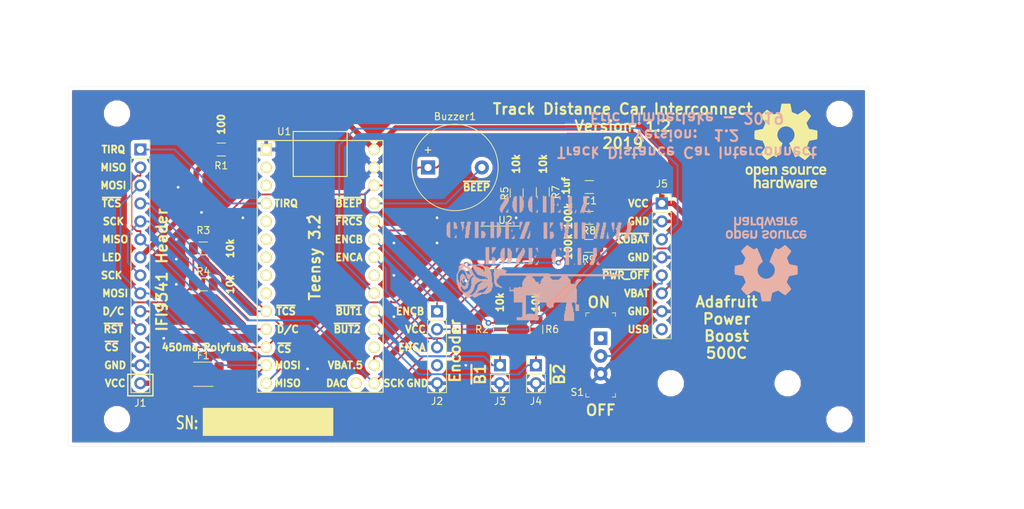
<source format=kicad_pcb>
(kicad_pcb (version 20171130) (host pcbnew "(5.0.2-5)-5")
  (title_block (title "Train Distance Car Interconnect") (date 2019-03-17) (rev v1.2) (company "Timberlake Hobbies") (comment 1 "Version 1.2 corrects incorrect package sizes..") (comment 2 https://creativecommons.org/licenses/by/4.0/) (comment 3 "License: CC BY 4.0") (comment 4 "Author: Eric Timberlake"))
  (layers (0 F.Cu signal) (31 B.Cu signal) (34 B.Paste user hide) (35 F.Paste user hide) (36 B.SilkS user) (37 F.SilkS user) (38 B.Mask user) (39 F.Mask user) (44 Edge.Cuts user))
  (net 0 "")
  (net 1 +3V3)
  (net 2 "Net-(BZ1-Pad2)")
  (net 3 VBAT.5)
  (net 4 GND)
  (net 5 "Net-(F1-Pad1)")
  (net 6 +5V)
  (net 7 ENC-B)
  (net 8 ENC-A)
  (net 9 ~BUTTON1)
  (net 10 TIRQ)
  (net 11 MISO)
  (net 12 MOSI)
  (net 13 SCK)
  (net 14 "Net-(J3-Pad7)")
  (net 15 DnC)
  (net 16 ~BUTTON2)
  (net 17 ~LOBAT)
  (net 18 ~PWR_OFF)
  (net 19 VBAT)
  (net 20 ~FRCS)
  (net 21 ~TCS)
  (net 22 ~CS)
  (net 23 "Net-(R7-Pad2)")
  (module teensy:Teensy30_31_32_LC_audio_only (layer F.Cu) (at 92.71 88.9 270)
    (fp_text reference U1 (at -19.05 5.08) (layer F.SilkS))
    (fp_text value Teensy3.2)
    (pad 19 thru_hole circle (at 16.51 -5.08 270) (size 1.6 1.6) (drill 1.1) (layers *.Cu *.Mask F.SilkS))
    (pad 20 thru_hole circle (at 16.51 -7.62 270) (size 1.6 1.6) (drill 1.1) (layers *.Cu *.Mask F.SilkS) (net 13 SCK))
    (pad 14 thru_hole circle (at 16.51 7.62 270) (size 1.6 1.6) (drill 1.1) (layers *.Cu *.Mask F.SilkS) (net 11 MISO))
    (pad 21 thru_hole circle (at 13.97 -7.62 270) (size 1.6 1.6) (drill 1.1) (layers *.Cu *.Mask F.SilkS) (net 3 VBAT.5))
    (pad 22 thru_hole circle (at 11.43 -7.62 270) (size 1.6 1.6) (drill 1.1) (layers *.Cu *.Mask F.SilkS))
    (pad 23 thru_hole circle (at 8.89 -7.62 270) (size 1.6 1.6) (drill 1.1) (layers *.Cu *.Mask F.SilkS) (net 16 ~BUTTON2))
    (pad 24 thru_hole circle (at 6.35 -7.62 270) (size 1.6 1.6) (drill 1.1) (layers *.Cu *.Mask F.SilkS) (net 9 ~BUTTON1))
    (pad 25 thru_hole circle (at 3.81 -7.62 270) (size 1.6 1.6) (drill 1.1) (layers *.Cu *.Mask F.SilkS) (net 17 ~LOBAT))
    (pad 26 thru_hole circle (at 1.27 -7.62 270) (size 1.6 1.6) (drill 1.1) (layers *.Cu *.Mask F.SilkS))
    (pad 27 thru_hole circle (at -1.27 -7.62 270) (size 1.6 1.6) (drill 1.1) (layers *.Cu *.Mask F.SilkS) (net 8 ENC-A))
    (pad 28 thru_hole circle (at -3.81 -7.62 270) (size 1.6 1.6) (drill 1.1) (layers *.Cu *.Mask F.SilkS) (net 7 ENC-B))
    (pad 29 thru_hole circle (at -6.35 -7.62 270) (size 1.6 1.6) (drill 1.1) (layers *.Cu *.Mask F.SilkS) (net 20 ~FRCS))
    (pad 30 thru_hole circle (at -8.89 -7.62 270) (size 1.6 1.6) (drill 1.1) (layers *.Cu *.Mask F.SilkS) (net 2 "Net-(BZ1-Pad2)"))
    (pad 31 thru_hole circle (at -11.43 -7.62 270) (size 1.6 1.6) (drill 1.1) (layers *.Cu *.Mask F.SilkS) (net 1 +3V3))
    (pad 32 thru_hole circle (at -13.97 -7.62 270) (size 1.6 1.6) (drill 1.1) (layers *.Cu *.Mask F.SilkS) (net 4 GND))
    (pad 33 thru_hole circle (at -16.51 -7.62 270) (size 1.6 1.6) (drill 1.1) (layers *.Cu *.Mask F.SilkS) (net 6 +5V))
    (pad 13 thru_hole circle (at 13.97 7.62 270) (size 1.6 1.6) (drill 1.1) (layers *.Cu *.Mask F.SilkS) (net 12 MOSI))
    (pad 12 thru_hole circle (at 11.43 7.62 270) (size 1.6 1.6) (drill 1.1) (layers *.Cu *.Mask F.SilkS) (net 22 ~CS))
    (pad 11 thru_hole circle (at 8.89 7.62 270) (size 1.6 1.6) (drill 1.1) (layers *.Cu *.Mask F.SilkS) (net 15 DnC))
    (pad 10 thru_hole circle (at 6.35 7.62 270) (size 1.6 1.6) (drill 1.1) (layers *.Cu *.Mask F.SilkS) (net 21 ~TCS))
    (pad 9 thru_hole circle (at 3.81 7.62 270) (size 1.6 1.6) (drill 1.1) (layers *.Cu *.Mask F.SilkS))
    (pad 8 thru_hole circle (at 1.27 7.62 270) (size 1.6 1.6) (drill 1.1) (layers *.Cu *.Mask F.SilkS))
    (pad 7 thru_hole circle (at -1.27 7.62 270) (size 1.6 1.6) (drill 1.1) (layers *.Cu *.Mask F.SilkS))
    (pad 6 thru_hole circle (at -3.81 7.62 270) (size 1.6 1.6) (drill 1.1) (layers *.Cu *.Mask F.SilkS))
    (pad 5 thru_hole circle (at -6.35 7.62 270) (size 1.6 1.6) (drill 1.1) (layers *.Cu *.Mask F.SilkS))
    (pad 4 thru_hole circle (at -8.89 7.62 270) (size 1.6 1.6) (drill 1.1) (layers *.Cu *.Mask F.SilkS) (net 10 TIRQ))
    (pad 3 thru_hole circle (at -11.43 7.62 270) (size 1.6 1.6) (drill 1.1) (layers *.Cu *.Mask F.SilkS))
    (pad 2 thru_hole circle (at -13.97 7.62 270) (size 1.6 1.6) (drill 1.1) (layers *.Cu *.Mask F.SilkS))
    (pad 1 thru_hole rect (at -16.51 7.62 270) (size 1.6 1.6) (drill 1.1) (layers *.Cu *.Mask F.SilkS) (net 4 GND))
  )
  (module Capacitor_SMD:C_1206_3216Metric (layer F.Cu) (at 130.7338 77.6986)
    (fp_text reference C1 (at 0.1016 1.9304 180) (layer F.SilkS))
    (fp_text value .1uf)
    (pad 1 smd roundrect (at -1.4 0) (size 1.25 1.75) (layers F.Cu F.Paste F.Mask) (roundrect_rratio 0.2) (net 3 VBAT.5))
    (pad 2 smd roundrect (at 1.4 0) (size 1.25 1.75) (layers F.Cu F.Paste F.Mask) (roundrect_rratio 0.2) (net 4 GND))
  )
  (module Connector_PinHeader_2.54mm:PinHeader_1x05_P2.54mm_Vertical (layer F.Cu) (at 109.22 95.25)
    (fp_text reference J2 (at 0 12.7) (layer F.SilkS))
    (fp_text value "Encoder Header")
    (pad 1 thru_hole rect (at 0 0) (size 1.7 1.7) (drill 1) (layers *.Cu *.Mask) (net 7 ENC-B))
    (pad 2 thru_hole oval (at 0 2.54) (size 1.7 1.7) (drill 1) (layers *.Cu *.Mask) (net 6 +5V))
    (pad 3 thru_hole oval (at 0 5.08) (size 1.7 1.7) (drill 1) (layers *.Cu *.Mask) (net 8 ENC-A))
    (pad 4 thru_hole oval (at 0 7.62) (size 1.7 1.7) (drill 1) (layers *.Cu *.Mask))
    (pad 5 thru_hole oval (at 0 10.16) (size 1.7 1.7) (drill 1) (layers *.Cu *.Mask) (net 4 GND))
  )
  (module Connector_PinHeader_2.54mm:PinHeader_1x02_P2.54mm_Vertical (layer F.Cu) (at 118.11 102.87)
    (fp_text reference J3 (at 0 5.08) (layer F.SilkS))
    (fp_text value "Button Header")
    (pad 2 thru_hole oval (at 0 2.54) (size 1.7 1.7) (drill 1) (layers *.Cu *.Mask) (net 4 GND))
    (pad 1 thru_hole rect (at 0 0) (size 1.7 1.7) (drill 1) (layers *.Cu *.Mask) (net 9 ~BUTTON1))
  )
  (module Connector_PinSocket_2.54mm:PinSocket_1x14_P2.54mm_Vertical (layer F.Cu) (at 67.31 72.39)
    (fp_text reference J1 (at 0 35.814) (layer F.SilkS))
    (fp_text value "IFI9431 Header")
    (pad 1 thru_hole rect (at 0 0) (size 1.7 1.7) (drill 1) (layers *.Cu *.Mask) (net 10 TIRQ))
    (pad 2 thru_hole oval (at 0 2.54) (size 1.7 1.7) (drill 1) (layers *.Cu *.Mask) (net 11 MISO))
    (pad 3 thru_hole oval (at 0 5.08) (size 1.7 1.7) (drill 1) (layers *.Cu *.Mask) (net 12 MOSI))
    (pad 4 thru_hole oval (at 0 7.62) (size 1.7 1.7) (drill 1) (layers *.Cu *.Mask) (net 21 ~TCS))
    (pad 5 thru_hole oval (at 0 10.16) (size 1.7 1.7) (drill 1) (layers *.Cu *.Mask) (net 13 SCK))
    (pad 6 thru_hole oval (at 0 12.7) (size 1.7 1.7) (drill 1) (layers *.Cu *.Mask) (net 11 MISO))
    (pad 7 thru_hole oval (at 0 15.24) (size 1.7 1.7) (drill 1) (layers *.Cu *.Mask) (net 14 "Net-(J3-Pad7)"))
    (pad 8 thru_hole oval (at 0 17.78) (size 1.7 1.7) (drill 1) (layers *.Cu *.Mask) (net 13 SCK))
    (pad 9 thru_hole oval (at 0 20.32) (size 1.7 1.7) (drill 1) (layers *.Cu *.Mask) (net 12 MOSI))
    (pad 10 thru_hole oval (at 0 22.86) (size 1.7 1.7) (drill 1) (layers *.Cu *.Mask) (net 15 DnC))
    (pad 11 thru_hole oval (at 0 25.4) (size 1.7 1.7) (drill 1) (layers *.Cu *.Mask) (net 1 +3V3))
    (pad 12 thru_hole oval (at 0 27.94) (size 1.7 1.7) (drill 1) (layers *.Cu *.Mask) (net 22 ~CS))
    (pad 13 thru_hole oval (at 0 30.48) (size 1.7 1.7) (drill 1) (layers *.Cu *.Mask) (net 4 GND))
    (pad 14 thru_hole oval (at 0 33.02) (size 1.7 1.7) (drill 1) (layers *.Cu *.Mask) (net 5 "Net-(F1-Pad1)"))
  )
  (module Connector_PinHeader_2.54mm:PinHeader_1x02_P2.54mm_Vertical (layer F.Cu) (at 123.19 102.87)
    (fp_text reference J4 (at 0 5.08) (layer F.SilkS))
    (fp_text value "Button Header")
    (pad 1 thru_hole rect (at 0 0) (size 1.7 1.7) (drill 1) (layers *.Cu *.Mask) (net 16 ~BUTTON2))
    (pad 2 thru_hole oval (at 0 2.54) (size 1.7 1.7) (drill 1) (layers *.Cu *.Mask) (net 4 GND))
  )
  (module Connector_PinSocket_2.54mm:PinSocket_1x08_P2.54mm_Vertical (layer F.Cu) (at 140.97 80.01)
    (fp_text reference J5 (at 0 -2.77) (layer F.SilkS))
    (fp_text value "Adafruit 500C Header")
    (pad 1 thru_hole rect (at 0 0) (size 1.7 1.7) (drill 1) (layers *.Cu *.Mask) (net 6 +5V))
    (pad 2 thru_hole oval (at 0 2.54) (size 1.7 1.7) (drill 1) (layers *.Cu *.Mask) (net 4 GND))
    (pad 3 thru_hole oval (at 0 5.08) (size 1.7 1.7) (drill 1) (layers *.Cu *.Mask) (net 17 ~LOBAT))
    (pad 4 thru_hole oval (at 0 7.62) (size 1.7 1.7) (drill 1) (layers *.Cu *.Mask) (net 4 GND))
    (pad 5 thru_hole oval (at 0 10.16) (size 1.7 1.7) (drill 1) (layers *.Cu *.Mask) (net 18 ~PWR_OFF))
    (pad 6 thru_hole oval (at 0 12.7) (size 1.7 1.7) (drill 1) (layers *.Cu *.Mask) (net 19 VBAT))
    (pad 7 thru_hole oval (at 0 15.24) (size 1.7 1.7) (drill 1) (layers *.Cu *.Mask) (net 4 GND))
    (pad 8 thru_hole oval (at 0 17.78) (size 1.7 1.7) (drill 1) (layers *.Cu *.Mask))
  )
  (module Resistor_SMD:R_1206_3216Metric (layer F.Cu) (at 78.74 72.39 180)
    (fp_text reference R1 (at 0 -2.286 180) (layer F.SilkS))
    (fp_text value 100)
    (pad 1 smd roundrect (at -1.4 0 180) (size 1.25 1.75) (layers F.Cu F.Paste F.Mask) (roundrect_rratio 0.2) (net 6 +5V))
    (pad 2 smd roundrect (at 1.4 0 180) (size 1.25 1.75) (layers F.Cu F.Paste F.Mask) (roundrect_rratio 0.2) (net 14 "Net-(J3-Pad7)"))
  )
  (module Resistor_SMD:R_1206_3216Metric (layer F.Cu) (at 118.11 97.79 270)
    (fp_text reference R2 (at 0 2.54) (layer F.SilkS))
    (fp_text value 10k)
    (pad 1 smd roundrect (at -1.4 0 270) (size 1.25 1.75) (layers F.Cu F.Paste F.Mask) (roundrect_rratio 0.2) (net 1 +3V3))
    (pad 2 smd roundrect (at 1.4 0 270) (size 1.25 1.75) (layers F.Cu F.Paste F.Mask) (roundrect_rratio 0.2) (net 9 ~BUTTON1))
  )
  (module Resistor_SMD:R_1206_3216Metric (layer F.Cu) (at 76.2 86.36)
    (fp_text reference R3 (at 0 -2.54) (layer F.SilkS))
    (fp_text value 10k)
    (pad 2 smd roundrect (at 1.4 0) (size 1.25 1.75) (layers F.Cu F.Paste F.Mask) (roundrect_rratio 0.2) (net 21 ~TCS))
    (pad 1 smd roundrect (at -1.4 0) (size 1.25 1.75) (layers F.Cu F.Paste F.Mask) (roundrect_rratio 0.2) (net 1 +3V3))
  )
  (module Resistor_SMD:R_1206_3216Metric (layer F.Cu) (at 76.2 91.44)
    (fp_text reference R4 (at 0 -1.82) (layer F.SilkS))
    (fp_text value 10k)
    (pad 1 smd roundrect (at -1.4 0) (size 1.25 1.75) (layers F.Cu F.Paste F.Mask) (roundrect_rratio 0.2) (net 1 +3V3))
    (pad 2 smd roundrect (at 1.4 0) (size 1.25 1.75) (layers F.Cu F.Paste F.Mask) (roundrect_rratio 0.2) (net 22 ~CS))
  )
  (module Resistor_SMD:R_1206_3216Metric (layer F.Cu) (at 120.4722 78.5368 270)
    (fp_text reference R5 (at 0.0508 1.7018 90) (layer F.SilkS))
    (fp_text value 10k)
    (pad 2 smd roundrect (at 1.4 0 270) (size 1.25 1.75) (layers F.Cu F.Paste F.Mask) (roundrect_rratio 0.2) (net 20 ~FRCS))
    (pad 1 smd roundrect (at -1.4 0 270) (size 1.25 1.75) (layers F.Cu F.Paste F.Mask) (roundrect_rratio 0.2) (net 1 +3V3))
  )
  (module Resistor_SMD:R_1206_3216Metric (layer F.Cu) (at 123.2408 97.8124 270)
    (fp_text reference R6 (at -0.0224 -2.2352) (layer F.SilkS))
    (fp_text value 10k)
    (pad 2 smd roundrect (at 1.4 0 270) (size 1.25 1.75) (layers F.Cu F.Paste F.Mask) (roundrect_rratio 0.2) (net 16 ~BUTTON2))
    (pad 1 smd roundrect (at -1.4 0 270) (size 1.25 1.75) (layers F.Cu F.Paste F.Mask) (roundrect_rratio 0.2) (net 1 +3V3))
  )
  (module Resistor_SMD:R_1206_3216Metric (layer F.Cu) (at 124.1552 78.3844 270)
    (fp_text reference R7 (at 0.0508 -1.8542 90) (layer F.SilkS))
    (fp_text value 10k)
    (pad 1 smd roundrect (at -1.4 0 270) (size 1.25 1.75) (layers F.Cu F.Paste F.Mask) (roundrect_rratio 0.2) (net 1 +3V3))
    (pad 2 smd roundrect (at 1.4 0 270) (size 1.25 1.75) (layers F.Cu F.Paste F.Mask) (roundrect_rratio 0.2) (net 23 "Net-(R7-Pad2)"))
  )
  (module digikey-footprints:Switch_Slide_11.6x4mm_EG1218 (layer F.Cu) (at 132.334 99.06 270)
    (fp_text reference S1 (at 7.62 3.302) (layer F.SilkS))
    (fp_text value EG1218)
    (pad 1 thru_hole rect (at 0 0 270) (size 1.9 1.9) (drill 0.9) (layers *.Cu *.Mask))
    (pad 2 thru_hole circle (at 2.5 0 270) (size 1.9 1.9) (drill 0.9) (layers *.Cu *.Mask) (net 18 ~PWR_OFF))
    (pad 3 thru_hole circle (at 5 0 270) (size 1.9 1.9) (drill 0.9) (layers *.Cu *.Mask) (net 4 GND))
  )
  (module Buzzer_Beeper:Buzzer_12x9.5RM7.6 (layer F.Cu) (at 107.95 74.93)
    (fp_text reference Buzzer1 (at 3.8 -7.2) (layer F.SilkS))
    (fp_text value Buzzer)
    (fp_text user + (at -0.01 -2.54) (layer F.SilkS))
    (pad 1 thru_hole rect (at 0 0) (size 2 2) (drill 1) (layers *.Cu *.Mask) (net 1 +3V3))
    (pad 2 thru_hole circle (at 7.6 0) (size 2 2) (drill 1) (layers *.Cu *.Mask) (net 2 "Net-(BZ1-Pad2)"))
  )
  (module MountingHole:MountingHole_2.7mm_M2.5 (layer F.Cu) (at 64.008 67.31)
    (fp_text reference H1 hide)
    (fp_text value hole hide)
    (pad 1 np_thru_hole circle (at 0 0) (size 2.7 2.7) (drill 2.7) (layers *.Cu *.Mask))
  )
  (module MountingHole:MountingHole_2.7mm_M2.5 (layer F.Cu) (at 64.008 110.49)
    (fp_text reference H2 hide)
    (fp_text value hole hide)
    (pad 1 np_thru_hole circle (at 0 0) (size 2.7 2.7) (drill 2.7) (layers *.Cu *.Mask))
  )
  (module MountingHole:MountingHole_2.7mm_M2.5 (layer F.Cu) (at 142.24 105.41)
    (fp_text reference H3 hide)
    (fp_text value hole hide)
    (pad 1 np_thru_hole circle (at 0 0) (size 2.7 2.7) (drill 2.7) (layers *.Cu *.Mask))
  )
  (module MountingHole:MountingHole_2.7mm_M2.5 (layer F.Cu) (at 158.75 105.41)
    (fp_text reference H4 hide)
    (fp_text value hole hide)
    (pad 1 np_thru_hole circle (at 0 0) (size 2.7 2.7) (drill 2.7) (layers *.Cu *.Mask))
  )
  (module MountingHole:MountingHole_2.7mm_M2.5 (layer F.Cu) (at 166.0652 67.3608)
    (fp_text reference H5 hide)
    (fp_text value hole hide)
    (pad 1 np_thru_hole circle (at 0 0) (size 2.7 2.7) (drill 2.7) (layers *.Cu *.Mask))
  )
  (module MountingHole:MountingHole_2.7mm_M2.5 (layer F.Cu) (at 166.0652 110.5154)
    (fp_text reference H6 hide)
    (fp_text value hole hide)
    (pad 1 np_thru_hole circle (at 0 0) (size 2.7 2.7) (drill 2.7) (layers *.Cu *.Mask))
  )
  (module Resistor_SMD:R_1206_3216Metric (layer F.Cu) (at 130.686 82.042 180)
    (fp_text reference R8 (at 0 -1.82 180) (layer F.SilkS))
    (fp_text value 100k)
    (pad 1 smd roundrect (at -1.4 0 180) (size 1.25 1.75) (layers F.Cu F.Paste F.Mask) (roundrect_rratio 0.2) (net 19 VBAT))
    (pad 2 smd roundrect (at 1.4 0 180) (size 1.25 1.75) (layers F.Cu F.Paste F.Mask) (roundrect_rratio 0.2) (net 3 VBAT.5))
  )
  (module Resistor_SMD:R_1206_3216Metric (layer F.Cu) (at 130.6576 86.0044)
    (fp_text reference R9 (at 0 1.905) (layer F.SilkS))
    (fp_text value 100k)
    (pad 2 smd roundrect (at 1.4 0) (size 1.25 1.75) (layers F.Cu F.Paste F.Mask) (roundrect_rratio 0.2) (net 4 GND))
    (pad 1 smd roundrect (at -1.4 0) (size 1.25 1.75) (layers F.Cu F.Paste F.Mask) (roundrect_rratio 0.2) (net 3 VBAT.5))
  )
  (module Package_SO:SSOP-8_3.9x5.05mm_P1.27mm (layer F.Cu) (at 118.872 85.852)
    (fp_text reference U2 (at 0 -3.48) (layer F.SilkS))
    (fp_text value MB85RS16)
    (pad 1 smd roundrect (at -2.675 -1.905) (size 1.55 0.6) (layers F.Cu F.Paste F.Mask) (net 20 ~FRCS))
    (pad 2 smd roundrect (at -2.675 -0.635) (size 1.55 0.6) (layers F.Cu F.Paste F.Mask) (net 11 MISO))
    (pad 3 smd roundrect (at -2.675 0.635) (size 1.55 0.6) (layers F.Cu F.Paste F.Mask) (net 23 "Net-(R7-Pad2)"))
    (pad 4 smd roundrect (at -2.675 1.905) (size 1.55 0.6) (layers F.Cu F.Paste F.Mask) (net 4 GND))
    (pad 5 smd roundrect (at 2.675 1.905) (size 1.55 0.6) (layers F.Cu F.Paste F.Mask) (net 12 MOSI))
    (pad 6 smd roundrect (at 2.675 0.635) (size 1.55 0.6) (layers F.Cu F.Paste F.Mask) (net 13 SCK))
    (pad 7 smd roundrect (at 2.675 -0.635) (size 1.55 0.6) (layers F.Cu F.Paste F.Mask) (net 23 "Net-(R7-Pad2)"))
    (pad 8 smd roundrect (at 2.675 -1.905) (size 1.55 0.6) (layers F.Cu F.Paste F.Mask) (net 1 +3V3))
  )
  (module Fuse:Fuse_1812_4532Metric_Pad1.30x3.40mm_HandSolder (layer F.Cu) (at 76.2 104.14)
    (fp_text reference F1 (at 0 -2.65) (layer F.SilkS))
    (fp_text value "450mA Polyfuse")
    (pad 1 smd roundrect (at -2.225 0) (size 1.3 3.4) (layers F.Cu F.Paste F.Mask) (roundrect_rratio 0.192308) (net 5 "Net-(F1-Pad1)"))
    (pad 2 smd roundrect (at 2.225 0) (size 1.3 3.4) (layers F.Cu F.Paste F.Mask) (roundrect_rratio 0.192308) (net 6 +5V))
  )
  (module teensy:RCGRS_sm (layer B.Cu) (at 109.474 98.298)
    (fp_text reference RCGRS_sm hide)
    (fp_text value "" (at 0 0) (layer B.SilkS) (effects (font (size 1.27 1.27)) (justify mirror)))
  )
  (module Symbol:OSHW-Logo_11.4x12mm_SilkScreen (layer B.Cu) (at 155.702 87.884)
    (fp_text reference REF** hide)
    (fp_text value OSHW-Logo_11.4x12mm_SilkScreen hide)
  )
  (module Symbol:OSHW-Logo_11.4x12mm_SilkScreen (layer F.Cu) (at 158.496 71.882)
    (fp_text reference REF** hide)
    (fp_text value OSHW-Logo_11.4x12mm_SilkScreen hide)
  )
  (gr_text ~BEEP (at 114.808 77.724) (layer F.SilkS) (effects (font (size 1 1) (thickness 0.25))))
  (gr_text SN: (at 73.914 110.998) (layer F.SilkS) (effects (font (size 1.778 1.27) (thickness 0.25))))
  (gr_poly (pts (xy 76.2 108.966) (xy 94.488 108.966) (xy 94.488 112.776) (xy 76.2 112.776)) (layer F.SilkS) (width 0.15))
  (gr_text 10k (at 124.206 74.422 90) (layer F.SilkS) (effects (font (size 1 1) (thickness 0.25))))
  (gr_text 10k (at 120.396 74.422 90) (layer F.SilkS) (effects (font (size 1 1) (thickness 0.25))))
  (gr_text VBAT.5 (at 96.266 102.87) (layer F.SilkS) (effects (font (size 1 1) (thickness 0.25))))
  (gr_text USB (at 137.668 97.79) (layer F.SilkS) (effects (font (size 1 1) (thickness 0.25))))
  (gr_text GND (at 137.668 95.25) (layer F.SilkS) (effects (font (size 1 1) (thickness 0.25))))
  (gr_text VBAT (at 137.414 92.71) (layer F.SilkS) (effects (font (size 1 1) (thickness 0.25))))
  (gr_text ~PWR_OFF (at 135.89 90.17) (layer F.SilkS) (effects (font (size 1 1) (thickness 0.25))))
  (gr_text GND (at 137.668 87.63) (layer F.SilkS) (effects (font (size 1 1) (thickness 0.25))))
  (gr_text ~LOBAT (at 136.906 85.09) (layer F.SilkS) (effects (font (size 1 1) (thickness 0.25))))
  (gr_text GND (at 137.668 82.55) (layer F.SilkS) (effects (font (size 1 1) (thickness 0.25))))
  (gr_text VCC (at 137.668 80.01) (layer F.SilkS) (effects (font (size 1 1) (thickness 0.25))))
  (gr_text ~BEEP (at 96.774 80.01) (layer F.SilkS) (effects (font (size 1 1) (thickness 0.25))))
  (gr_text ~FRCS (at 96.774 82.55) (layer F.SilkS) (effects (font (size 1 1) (thickness 0.25))))
  (gr_text GND (at 106.426 105.41) (layer F.SilkS) (effects (font (size 1 1) (thickness 0.25))))
  (gr_text VCC (at 106.172 97.79) (layer F.SilkS) (effects (font (size 1 1) (thickness 0.25))))
  (gr_text ENCA (at 105.664 100.33) (layer F.SilkS) (effects (font (size 1 1) (thickness 0.25))))
  (gr_text ENCB (at 105.41 95.25) (layer F.SilkS) (effects (font (size 1 1) (thickness 0.25))))
  (gr_text ENCB (at 96.774 85.09) (layer F.SilkS) (effects (font (size 1 1) (thickness 0.25))))
  (gr_text ENCA (at 96.774 87.63) (layer F.SilkS) (effects (font (size 1 1) (thickness 0.25))))
  (gr_text ~BUT2 (at 96.52 97.79) (layer F.SilkS) (effects (font (size 1 1) (thickness 0.25))))
  (gr_text ~BUT1 (at 96.774 95.25) (layer F.SilkS) (effects (font (size 1 1) (thickness 0.25))))
  (gr_text DAC (at 94.996 105.41) (layer F.SilkS) (effects (font (size 1 1) (thickness 0.25))))
  (gr_text SCK (at 103.124 105.41) (layer F.SilkS) (effects (font (size 1 1) (thickness 0.25))))
  (gr_text ~TCS (at 87.884 95.25) (layer F.SilkS) (effects (font (size 1 1) (thickness 0.25))))
  (gr_text D/C (at 88.138 97.79) (layer F.SilkS) (effects (font (size 1 1) (thickness 0.25))))
  (gr_text ~CS (at 87.63 100.584) (layer F.SilkS) (effects (font (size 1 1) (thickness 0.25))))
  (gr_text MOSI (at 88.138 102.87) (layer F.SilkS) (effects (font (size 1 1) (thickness 0.25))))
  (gr_text MISO (at 88.138 105.41) (layer F.SilkS) (effects (font (size 1 1) (thickness 0.25))))
  (gr_text TIRQ (at 87.884 80.01) (layer F.SilkS) (effects (font (size 1 1) (thickness 0.25))))
  (gr_text TIRQ (at 63.5 72.39) (layer F.SilkS) (effects (font (size 1 1) (thickness 0.25))))
  (gr_text MISO (at 63.5 74.93) (layer F.SilkS) (effects (font (size 1 1) (thickness 0.25))))
  (gr_text MOSI (at 63.5 77.47) (layer F.SilkS) (effects (font (size 1 1) (thickness 0.25))))
  (gr_text ~TCS (at 63.246 80.01) (layer F.SilkS) (effects (font (size 1 1) (thickness 0.25))))
  (gr_text SCK (at 63.5 82.55) (layer F.SilkS) (effects (font (size 1 1) (thickness 0.25))))
  (gr_text MISO (at 63.754 85.09) (layer F.SilkS) (effects (font (size 1 1) (thickness 0.25))))
  (gr_text LED (at 63.246 87.63) (layer F.SilkS) (effects (font (size 1 1) (thickness 0.25))))
  (gr_text SCK (at 63.246 90.17) (layer F.SilkS) (effects (font (size 1 1) (thickness 0.25))))
  (gr_text MOSI (at 63.754 92.71) (layer F.SilkS) (effects (font (size 1 1) (thickness 0.25))))
  (gr_text D/C (at 63.5 95.25) (layer F.SilkS) (effects (font (size 1 1) (thickness 0.25))))
  (gr_text ~RST (at 63.5 97.79) (layer F.SilkS) (effects (font (size 1 1) (thickness 0.25))))
  (gr_text ~CS (at 63.246 100.33) (layer F.SilkS) (effects (font (size 1 1) (thickness 0.25))))
  (gr_text GND (at 63.754 102.87) (layer F.SilkS) (effects (font (size 1 1) (thickness 0.25))))
  (gr_text VCC (at 63.754 105.41) (layer F.SilkS) (effects (font (size 1 1) (thickness 0.25))))
  (gr_line (start 65.532 107.188) (end 65.532 104.14) (layer F.SilkS) (width 0.2))
  (gr_line (start 69.088 107.188) (end 65.532 107.188) (layer F.SilkS) (width 0.2))
  (gr_line (start 69.088 104.14) (end 69.088 107.188) (layer F.SilkS) (width 0.2))
  (gr_line (start 65.532 104.14) (end 69.088 104.14) (layer F.SilkS) (width 0.2))
  (gr_text "450ma Polyfuse" (at 76.454 100.33) (layer F.SilkS) (effects (font (size 1 1) (thickness 0.25))))
  (gr_text 100 (at 78.74 68.834 90) (layer F.SilkS) (effects (font (size 1 1) (thickness 0.25))))
  (gr_text 10k (at 80.01 91.44 90) (layer F.SilkS) (effects (font (size 1 1) (thickness 0.25))))
  (gr_text 10k (at 80.01 86.36 90) (layer F.SilkS) (effects (font (size 1 1) (thickness 0.25))))
  (gr_text 10k (at 118.11 93.98 90) (layer F.SilkS) (effects (font (size 1 1) (thickness 0.25))))
  (gr_text 10k (at 123.19 93.98 90) (layer F.SilkS) (effects (font (size 1 1) (thickness 0.25))))
  (gr_text .1uf (at 127.4318 77.7748 90) (layer F.SilkS) (effects (font (size 1 1) (thickness 0.25))))
  (gr_text 100k (at 127.762 81.788 90) (layer F.SilkS) (effects (font (size 1 1) (thickness 0.25))))
  (gr_text 100k (at 127.762 86.106 90) (layer F.SilkS) (effects (font (size 1 1) (thickness 0.25))))
  (gr_text "Teensy 3.2" (at 91.948 87.63 90) (layer F.SilkS) (effects (font (size 1.5 1.5) (thickness 0.3))))
  (gr_text "IFI9341 Header" (at 70.358 89.408 90) (layer F.SilkS) (effects (font (size 1.5 1.5) (thickness 0.3))))
  (gr_text Encoder (at 111.76 100.838 90) (layer F.SilkS) (effects (font (size 1.5 1.5) (thickness 0.3))))
  (gr_text ~B2 (at 126.492 104.14 90) (layer F.SilkS) (effects (font (size 1.5 1.5) (thickness 0.3))))
  (gr_text ~B1 (at 115.316 104.14 90) (layer F.SilkS) (effects (font (size 1.5 1.5) (thickness 0.3))))
  (gr_text "Adafruit\nPower\nBoost\n500C" (at 150.114 97.536) (layer F.SilkS) (effects (font (size 1.5 1.5) (thickness 0.3))))
  (gr_text "Track Distance Car Interconnect\nVersion: 1.2\n2019" (at 135.4582 69.088) (layer F.SilkS) (effects (font (size 1.5 1.5) (thickness 0.3))))
  (gr_text OFF (at 132.334 109.22) (layer F.SilkS) (effects (font (size 1.5 1.5) (thickness 0.3))))
  (gr_text ON (at 132.08 93.98) (layer F.SilkS) (effects (font (size 1.5 1.5) (thickness 0.3))))
  (gr_text "Track Distance Car Interconnect\nVersion:  1.2\nEric Timberlake - 2019" (at 144.526 70.358 180) (layer B.SilkS) (effects (font (size 1.5 1.5) (thickness 0.3)) (justify mirror)))
  (gr_line (start 170.18 114.3) (end 57.15 114.3) (layer Edge.Cuts) (width 0.0254))
  (gr_line (start 170.18 63.5) (end 170.18 114.3) (layer Edge.Cuts) (width 0.0254))
  (gr_line (start 57.15 63.5) (end 170.18 63.5) (layer Edge.Cuts) (width 0.0254))
  (gr_line (start 57.15 114.3) (end 57.15 63.5) (layer Edge.Cuts) (width 0.0254))
  (segment (start 100.33 77.47) (end 99.06 78.74) (width 0.25) (layer F.Cu) (net 1))
  (segment (start 99.06 78.74) (end 82.42 78.74) (width 0.25) (layer F.Cu) (net 1))
  (segment (start 82.42 78.74) (end 74.8 86.36) (width 0.25) (layer F.Cu) (net 1))
  (segment (start 106.6247 74.93) (end 104.0847 77.47) (width 0.25) (layer F.Cu) (net 1))
  (segment (start 104.0847 77.47) (end 100.33 77.47) (width 0.25) (layer F.Cu) (net 1))
  (segment (start 74.8 91.44) (end 72.26 93.98) (width 0.25) (layer F.Cu) (net 1))
  (segment (start 72.26 93.98) (end 66.8893 93.98) (width 0.25) (layer F.Cu) (net 1))
  (segment (start 74.8 86.36) (end 74.8 91.44) (width 0.25) (layer F.Cu) (net 1))
  (segment (start 116.4832 96.8919) (end 117.6081 96.8919) (width 0.25) (layer F.Cu) (net 1))
  (segment (start 117.6081 96.8919) (end 118.11 96.39) (width 0.25) (layer F.Cu) (net 1))
  (segment (start 100.2047 77.47) (end 99.06 78.6147) (width 0.25) (layer B.Cu) (net 1))
  (segment (start 99.06 78.6147) (end 99.06 80.5313) (width 0.25) (layer B.Cu) (net 1))
  (segment (start 99.06 80.518) (end 99.8087 81.2667) (width 0.25) (layer B.Cu) (net 1))
  (segment (start 99.9007 81.28) (end 100.838 81.28) (width 0.25) (layer B.Cu) (net 1))
  (segment (start 100.8713 81.28) (end 116.4832 96.8919) (width 0.25) (layer B.Cu) (net 1))
  (segment (start 123.19 96.39) (end 118.11 96.39) (width 0.25) (layer F.Cu) (net 1))
  (segment (start 107.95 74.93) (end 106.6247 74.93) (width 0.25) (layer F.Cu) (net 1))
  (via (at 116.4832 96.8919) (size 0.8) (drill 0.4) (layers F.Cu B.Cu) (net 1))
  (segment (start 66.8893 93.98) (end 66.294 93.98) (width 0.254) (layer F.Cu) (net 1))
  (segment (start 66.294 93.98) (end 65.278 94.996) (width 0.254) (layer F.Cu) (net 1))
  (segment (start 65.278 94.996) (end 65.278 95.758) (width 0.254) (layer F.Cu) (net 1))
  (segment (start 65.278 95.758) (end 67.31 97.79) (width 0.254) (layer F.Cu) (net 1))
  (segment (start 122.2502 83.2438) (end 122.2502 77.1906) (width 0.254) (layer F.Cu) (net 1))
  (segment (start 121.547 83.947) (end 122.2502 83.2438) (width 0.254) (layer F.Cu) (net 1))
  (segment (start 122.1964 77.1368) (end 120.4722 77.1368) (width 0.254) (layer F.Cu) (net 1))
  (segment (start 122.2502 77.1906) (end 122.1964 77.1368) (width 0.254) (layer F.Cu) (net 1))
  (segment (start 124.0028 77.1368) (end 124.1552 76.9844) (width 0.254) (layer F.Cu) (net 1))
  (segment (start 109.204 74.93) (end 112.6076 71.5264) (width 0.254) (layer F.Cu) (net 1))
  (segment (start 107.95 74.93) (end 109.204 74.93) (width 0.254) (layer F.Cu) (net 1))
  (segment (start 112.6076 71.5264) (end 119.6848 71.5264) (width 0.254) (layer F.Cu) (net 1))
  (segment (start 122.2756 74.1172) (end 122.2756 77.1368) (width 0.254) (layer F.Cu) (net 1))
  (segment (start 119.6848 71.5264) (end 122.2756 74.1172) (width 0.254) (layer F.Cu) (net 1))
  (segment (start 122.2756 77.1368) (end 124.0028 77.1368) (width 0.254) (layer F.Cu) (net 1))
  (segment (start 120.4722 77.1368) (end 122.2756 77.1368) (width 0.254) (layer F.Cu) (net 1))
  (segment (start 100.33 80.01) (end 110.47 80.01) (width 0.25) (layer B.Cu) (net 2))
  (segment (start 110.47 80.01) (end 115.55 74.93) (width 0.25) (layer B.Cu) (net 2))
  (segment (start 100.33 101.73863) (end 100.46863 101.6) (width 0.254) (layer F.Cu) (net 3))
  (segment (start 100.33 102.87) (end 100.33 101.73863) (width 0.254) (layer F.Cu) (net 3))
  (segment (start 100.46863 101.6) (end 100.838 101.6) (width 0.254) (layer F.Cu) (net 3))
  (segment (start 129.3338 85.9282) (end 129.2576 86.0044) (width 0.254) (layer F.Cu) (net 3))
  (segment (start 129.3338 77.6986) (end 129.3338 85.9282) (width 0.254) (layer F.Cu) (net 3))
  (segment (start 100.838 101.6) (end 100.9904 101.6) (width 0.254) (layer F.Cu) (net 3))
  (segment (start 100.9904 101.6) (end 106.426 96.1644) (width 0.254) (layer F.Cu) (net 3))
  (segment (start 106.426 96.1644) (end 106.426 94.0054) (width 0.254) (layer F.Cu) (net 3))
  (segment (start 106.426 94.0054) (end 111.76 88.6714) (width 0.254) (layer F.Cu) (net 3))
  (segment (start 111.76 88.6714) (end 113.3602 88.6714) (width 0.254) (layer F.Cu) (net 3))
  (segment (start 113.3602 88.6714) (end 113.3602 88.6714) (width 0.254) (layer F.Cu) (net 3))
  (via (at 113.3602 88.6714) (size 0.762) (drill 0.381) (layers F.Cu B.Cu) (net 3))
  (segment (start 113.3602 88.6714) (end 113.899015 88.6714) (width 0.254) (layer B.Cu) (net 3))
  (segment (start 113.899015 88.6714) (end 117.856 88.6714) (width 0.254) (layer B.Cu) (net 3))
  (segment (start 117.856 88.6714) (end 117.972838 88.6714) (width 0.254) (layer B.Cu) (net 3))
  (segment (start 118.135401 88.391999) (end 126.364999 88.391999) (width 0.254) (layer B.Cu) (net 3))
  (segment (start 117.856 88.6714) (end 118.135401 88.391999) (width 0.254) (layer B.Cu) (net 3))
  (via (at 126.364999 88.391999) (size 0.762) (drill 0.381) (layers F.Cu B.Cu) (net 3))
  (segment (start 128.752598 86.0044) (end 129.2576 86.0044) (width 0.254) (layer F.Cu) (net 3))
  (segment (start 126.364999 88.391999) (end 128.752598 86.0044) (width 0.254) (layer F.Cu) (net 3))
  (segment (start 67.31 102.87) (end 68.4853 102.87) (width 0.25) (layer B.Cu) (net 4))
  (segment (start 109.22 105.41) (end 108.0447 105.41) (width 0.25) (layer B.Cu) (net 4))
  (via (at 70.612 99.06) (size 0.762) (drill 0.381) (layers F.Cu B.Cu) (net 4))
  (via (at 69.85 95.25) (size 0.762) (drill 0.381) (layers F.Cu B.Cu) (net 4))
  (via (at 72.644 77.724) (size 0.762) (drill 0.381) (layers F.Cu B.Cu) (net 4))
  (via (at 72.39 85.09) (size 0.762) (drill 0.381) (layers F.Cu B.Cu) (net 4))
  (via (at 72.39 87.884) (size 0.762) (drill 0.381) (layers F.Cu B.Cu) (net 4))
  (via (at 72.39 91.44) (size 0.762) (drill 0.381) (layers F.Cu B.Cu) (net 4))
  (via (at 113.284 90.932) (size 0.762) (drill 0.381) (layers F.Cu B.Cu) (net 4))
  (via (at 109.22 85.598) (size 0.762) (drill 0.381) (layers F.Cu B.Cu) (net 4))
  (via (at 109.22 82.042) (size 0.762) (drill 0.381) (layers F.Cu B.Cu) (net 4))
  (via (at 90.932 82.042) (size 0.762) (drill 0.381) (layers F.Cu B.Cu) (net 4))
  (via (at 90.932 103.378) (size 0.762) (drill 0.381) (layers F.Cu B.Cu) (net 4))
  (via (at 75.946 81.28) (size 0.762) (drill 0.381) (layers F.Cu B.Cu) (net 4))
  (via (at 103.124 85.598) (size 0.762) (drill 0.381) (layers F.Cu B.Cu) (net 4))
  (via (at 103.124 90.17) (size 0.762) (drill 0.381) (layers F.Cu B.Cu) (net 4))
  (via (at 103.124 96.012) (size 0.762) (drill 0.381) (layers F.Cu B.Cu) (net 4))
  (via (at 113.284 102.87) (size 0.762) (drill 0.381) (layers F.Cu B.Cu) (net 4))
  (via (at 104.14 100.076) (size 0.762) (drill 0.381) (layers F.Cu B.Cu) (net 4))
  (via (at 81.788 82.042) (size 0.762) (drill 0.381) (layers F.Cu B.Cu) (net 4))
  (via (at 120.396 82.042) (size 0.762) (drill 0.381) (layers F.Cu B.Cu) (net 4))
  (segment (start 71.5425 105.41) (end 72.8125 104.14) (width 0.762) (layer F.Cu) (net 5))
  (segment (start 67.31 105.41) (end 71.5425 105.41) (width 0.762) (layer F.Cu) (net 5))
  (segment (start 72.8125 104.14) (end 73.975 104.14) (width 0.762) (layer F.Cu) (net 5))
  (segment (start 140.97 80.01) (end 139.7947 80.01) (width 0.25) (layer B.Cu) (net 6))
  (segment (start 139.7947 80.01) (end 122.0147 97.79) (width 0.25) (layer B.Cu) (net 6))
  (segment (start 122.0147 97.79) (end 109.22 97.79) (width 0.25) (layer B.Cu) (net 6))
  (segment (start 142.582 80.01) (end 140.97 80.01) (width 0.762) (layer F.Cu) (net 6))
  (segment (start 146.558 83.986) (end 142.582 80.01) (width 0.762) (layer F.Cu) (net 6))
  (segment (start 83.312 109.728) (end 143.764 109.728) (width 0.762) (layer F.Cu) (net 6))
  (segment (start 146.558 106.934) (end 146.558 83.986) (width 0.762) (layer F.Cu) (net 6))
  (segment (start 80.62071 107.03671) (end 83.312 109.728) (width 0.762) (layer F.Cu) (net 6))
  (segment (start 80.62071 105.17321) (end 80.62071 107.03671) (width 0.762) (layer F.Cu) (net 6))
  (segment (start 143.764 109.728) (end 146.558 106.934) (width 0.762) (layer F.Cu) (net 6))
  (segment (start 79.5875 104.14) (end 80.62071 105.17321) (width 0.762) (layer F.Cu) (net 6))
  (segment (start 80.14 72.39) (end 80.14 70.736) (width 0.762) (layer F.Cu) (net 6))
  (segment (start 80.14 70.736) (end 81.788 69.088) (width 0.762) (layer F.Cu) (net 6))
  (segment (start 97.028 69.088) (end 100.33 72.39) (width 0.762) (layer F.Cu) (net 6))
  (segment (start 81.788 69.088) (end 97.028 69.088) (width 0.762) (layer F.Cu) (net 6))
  (segment (start 136.144 69.342) (end 140.97 74.168) (width 0.762) (layer F.Cu) (net 6))
  (segment (start 140.97 74.168) (end 140.97 80.01) (width 0.762) (layer F.Cu) (net 6))
  (segment (start 103.378 69.342) (end 136.144 69.342) (width 0.762) (layer F.Cu) (net 6))
  (segment (start 100.33 72.39) (end 103.378 69.342) (width 0.762) (layer F.Cu) (net 6))
  (segment (start 79.5875 104.14) (end 78.425 104.14) (width 0.762) (layer F.Cu) (net 6))
  (segment (start 100.33 85.09) (end 109.22 93.98) (width 0.25) (layer B.Cu) (net 7))
  (segment (start 109.22 93.98) (end 109.22 95.25) (width 0.25) (layer B.Cu) (net 7))
  (segment (start 100.33 87.63) (end 101.9924 89.2924) (width 0.25) (layer B.Cu) (net 8))
  (segment (start 108.8527 99.1547) (end 109.22 99.1547) (width 0.25) (layer B.Cu) (net 8))
  (segment (start 109.22 100.33) (end 109.22 99.1547) (width 0.25) (layer B.Cu) (net 8))
  (segment (start 108.458 98.9007) (end 108.712 99.1547) (width 0.25) (layer B.Cu) (net 8))
  (segment (start 108.8527 99.1547) (end 108.712 99.1547) (width 0.254) (layer B.Cu) (net 8))
  (segment (start 101.9924 91.694) (end 101.9924 92.4351) (width 0.254) (layer B.Cu) (net 8))
  (segment (start 101.9924 91.694) (end 101.9924 92.2944) (width 0.25) (layer B.Cu) (net 8))
  (segment (start 101.8517 92.2944) (end 102.0133 92.456) (width 0.25) (layer B.Cu) (net 8))
  (segment (start 101.9924 92.4351) (end 102.0133 92.456) (width 0.254) (layer B.Cu) (net 8))
  (segment (start 102.0133 92.456) (end 108.458 98.9007) (width 0.25) (layer B.Cu) (net 8))
  (segment (start 101.9924 89.2924) (end 101.9924 91.694) (width 0.25) (layer B.Cu) (net 8))
  (segment (start 118.11 102.87) (end 118.11 99.19) (width 0.25) (layer F.Cu) (net 9))
  (segment (start 118.11 102.87) (end 116.9347 102.87) (width 0.25) (layer B.Cu) (net 9))
  (segment (start 100.33 95.1553) (end 106.7747 101.6) (width 0.25) (layer B.Cu) (net 9))
  (segment (start 106.7747 101.6) (end 115.7594 101.6) (width 0.25) (layer B.Cu) (net 9))
  (segment (start 115.824 101.6) (end 116.9993 102.7753) (width 0.25) (layer B.Cu) (net 9))
  (segment (start 67.31 72.39) (end 72.136 72.39) (width 0.254) (layer B.Cu) (net 10))
  (segment (start 72.136 72.39) (end 79.756 80.01) (width 0.254) (layer B.Cu) (net 10))
  (segment (start 79.756 80.01) (end 85.09 80.01) (width 0.254) (layer B.Cu) (net 10))
  (segment (start 67.31 85.09) (end 67.31 83.9147) (width 0.25) (layer F.Cu) (net 11))
  (segment (start 67.31 74.93) (end 67.31 76.1053) (width 0.25) (layer F.Cu) (net 11))
  (segment (start 67.31 83.9147) (end 66.9427 83.9147) (width 0.25) (layer F.Cu) (net 11))
  (segment (start 66.802 83.9147) (end 65.9939 83.1066) (width 0.25) (layer F.Cu) (net 11))
  (segment (start 66.04 83.058) (end 66.04 76.9308) (width 0.25) (layer F.Cu) (net 11))
  (segment (start 66.04 76.9308) (end 66.9141 76.0567) (width 0.25) (layer F.Cu) (net 11))
  (segment (start 67.0087 76.1053) (end 67.31 76.1053) (width 0.25) (layer F.Cu) (net 11))
  (segment (start 102.7198 93.8354) (end 102.7198 93.98) (width 0.254) (layer F.Cu) (net 11))
  (segment (start 102.7198 93.98) (end 96.774 93.98) (width 0.25) (layer F.Cu) (net 11))
  (segment (start 96.52 93.98) (end 85.09 105.41) (width 0.254) (layer F.Cu) (net 11))
  (segment (start 96.774 93.98) (end 96.52 93.98) (width 0.254) (layer F.Cu) (net 11))
  (segment (start 68.525761 85.939999) (end 68.159999 85.939999) (width 0.254) (layer B.Cu) (net 11))
  (segment (start 85.852 101.6) (end 84.185762 101.6) (width 0.254) (layer B.Cu) (net 11))
  (segment (start 84.185762 101.6) (end 68.525761 85.939999) (width 0.254) (layer B.Cu) (net 11))
  (segment (start 86.614 102.362) (end 85.852 101.6) (width 0.254) (layer B.Cu) (net 11))
  (segment (start 68.159999 85.939999) (end 67.31 85.09) (width 0.254) (layer B.Cu) (net 11))
  (segment (start 86.614 103.886) (end 86.614 102.362) (width 0.254) (layer B.Cu) (net 11))
  (segment (start 85.09 105.41) (end 86.614 103.886) (width 0.254) (layer B.Cu) (net 11))
  (segment (start 66.9427 83.9147) (end 66.802 83.9147) (width 0.254) (layer F.Cu) (net 11))
  (segment (start 112.2172 85.217) (end 116.197 85.217) (width 0.254) (layer F.Cu) (net 11))
  (segment (start 103.4542 93.98) (end 112.2172 85.217) (width 0.254) (layer F.Cu) (net 11))
  (segment (start 102.7198 93.98) (end 103.4542 93.98) (width 0.254) (layer F.Cu) (net 11))
  (segment (start 85.09 102.87) (end 83.4955 104.4645) (width 0.25) (layer F.Cu) (net 12))
  (segment (start 83.4955 104.4645) (end 83.4955 106.1273) (width 0.25) (layer F.Cu) (net 12))
  (segment (start 83.4955 106.1273) (end 84.354 106.9858) (width 0.25) (layer F.Cu) (net 12))
  (segment (start 84.354 106.9858) (end 101.8812 106.9858) (width 0.25) (layer F.Cu) (net 12))
  (segment (start 101.8812 106.9858) (end 107.267 101.6) (width 0.25) (layer F.Cu) (net 12))
  (segment (start 107.267 101.6) (end 109.8502 101.6) (width 0.25) (layer F.Cu) (net 12))
  (segment (start 67.31 92.71) (end 68.4853 92.71) (width 0.25) (layer B.Cu) (net 12))
  (segment (start 85.09 102.87) (end 78.6453 102.87) (width 0.25) (layer B.Cu) (net 12))
  (segment (start 78.6453 102.87) (end 68.4853 92.71) (width 0.25) (layer B.Cu) (net 12))
  (segment (start 64.516 89.916) (end 67.31 92.71) (width 0.254) (layer B.Cu) (net 12))
  (segment (start 64.516 80.264) (end 64.516 89.916) (width 0.254) (layer B.Cu) (net 12))
  (segment (start 67.31 77.47) (end 64.516 80.264) (width 0.254) (layer B.Cu) (net 12))
  (segment (start 109.8502 101.6) (end 111.0234 101.6) (width 0.254) (layer F.Cu) (net 12))
  (segment (start 111.0234 101.6) (end 112.7252 99.8982) (width 0.254) (layer F.Cu) (net 12))
  (segment (start 112.7252 96.5788) (end 121.547 87.757) (width 0.254) (layer F.Cu) (net 12))
  (segment (start 112.7252 99.8982) (end 112.7252 96.5788) (width 0.254) (layer F.Cu) (net 12))
  (segment (start 67.31 82.55) (end 68.4853 82.55) (width 0.25) (layer B.Cu) (net 13))
  (segment (start 100.33 105.41) (end 91.44 96.52) (width 0.25) (layer B.Cu) (net 13))
  (segment (start 91.44 96.52) (end 82.4553 96.52) (width 0.25) (layer B.Cu) (net 13))
  (segment (start 82.4553 96.52) (end 68.4853 82.55) (width 0.25) (layer B.Cu) (net 13))
  (segment (start 100.33 105.41) (end 106.68 99.06) (width 0.25) (layer F.Cu) (net 13))
  (segment (start 106.68 99.06) (end 111.2266 99.06) (width 0.25) (layer F.Cu) (net 13))
  (segment (start 65.532 88.392) (end 67.31 90.17) (width 0.254) (layer B.Cu) (net 13))
  (segment (start 65.532 84.328) (end 65.532 88.392) (width 0.254) (layer B.Cu) (net 13))
  (segment (start 67.31 82.55) (end 65.532 84.328) (width 0.254) (layer B.Cu) (net 13))
  (segment (start 120.157238 86.487) (end 121.547 86.487) (width 0.254) (layer F.Cu) (net 13))
  (segment (start 111.2774 95.366838) (end 120.157238 86.487) (width 0.254) (layer F.Cu) (net 13))
  (segment (start 111.2774 99.06) (end 111.2774 95.366838) (width 0.254) (layer F.Cu) (net 13))
  (segment (start 111.2266 99.06) (end 111.2774 99.06) (width 0.254) (layer F.Cu) (net 13))
  (segment (start 75.184 79.756) (end 67.31 87.63) (width 0.762) (layer F.Cu) (net 14))
  (segment (start 75.184 75.521) (end 75.184 79.756) (width 0.762) (layer F.Cu) (net 14))
  (segment (start 77.34 73.365) (end 75.184 75.521) (width 0.762) (layer F.Cu) (net 14))
  (segment (start 77.34 72.39) (end 77.34 73.365) (width 0.762) (layer F.Cu) (net 14))
  (segment (start 67.31 95.25) (end 68.4853 95.25) (width 0.25) (layer F.Cu) (net 15))
  (segment (start 85.09 97.79) (end 71.0253 97.79) (width 0.25) (layer F.Cu) (net 15))
  (segment (start 71.0253 97.79) (end 68.4853 95.25) (width 0.25) (layer F.Cu) (net 15))
  (segment (start 123.19 102.87) (end 122.0147 102.87) (width 0.25) (layer B.Cu) (net 16))
  (segment (start 123.19 99.19) (end 123.19 102.87) (width 0.25) (layer F.Cu) (net 16))
  (segment (start 106.426 103.9807) (end 106.5853 104.14) (width 0.254) (layer B.Cu) (net 16))
  (segment (start 100.33 97.79) (end 106.426 103.886) (width 0.25) (layer B.Cu) (net 16))
  (segment (start 106.426 103.886) (end 106.426 103.9807) (width 0.254) (layer B.Cu) (net 16))
  (segment (start 106.426 103.886) (end 106.5853 104.0453) (width 0.25) (layer B.Cu) (net 16))
  (segment (start 120.904 103.886) (end 120.65 104.14) (width 0.254) (layer B.Cu) (net 16))
  (segment (start 120.9987 103.886) (end 120.904 103.886) (width 0.254) (layer B.Cu) (net 16))
  (segment (start 120.65 104.14) (end 120.8394 104.14) (width 0.25) (layer B.Cu) (net 16))
  (segment (start 106.5853 104.14) (end 120.65 104.14) (width 0.25) (layer B.Cu) (net 16))
  (segment (start 120.8394 104.0453) (end 120.9987 103.886) (width 0.25) (layer B.Cu) (net 16))
  (segment (start 120.9987 103.886) (end 122.0147 102.87) (width 0.25) (layer B.Cu) (net 16))
  (segment (start 99.530001 91.910001) (end 99.530001 91.884601) (width 0.254) (layer B.Cu) (net 17))
  (segment (start 100.33 92.71) (end 99.530001 91.910001) (width 0.254) (layer B.Cu) (net 17))
  (segment (start 99.530001 91.884601) (end 95.4024 87.757) (width 0.254) (layer B.Cu) (net 17))
  (segment (start 95.4024 87.757) (end 95.4024 71.755) (width 0.254) (layer B.Cu) (net 17))
  (segment (start 95.4024 71.755) (end 97.7138 69.4436) (width 0.254) (layer B.Cu) (net 17))
  (segment (start 97.7138 69.4436) (end 127.3556 69.4436) (width 0.254) (layer B.Cu) (net 17))
  (segment (start 127.3556 69.4436) (end 127.4064 69.3928) (width 0.254) (layer B.Cu) (net 17))
  (segment (start 127.4064 69.3928) (end 137.922 69.3928) (width 0.254) (layer B.Cu) (net 17))
  (segment (start 137.922 69.3928) (end 143.2052 74.676) (width 0.254) (layer B.Cu) (net 17))
  (segment (start 143.2052 82.8548) (end 140.97 85.09) (width 0.254) (layer B.Cu) (net 17))
  (segment (start 143.2052 74.676) (end 143.2052 82.8548) (width 0.254) (layer B.Cu) (net 17))
  (segment (start 140.97 91.3453) (end 140.6026 91.3453) (width 0.25) (layer B.Cu) (net 18))
  (segment (start 140.462 91.3453) (end 139.4675 92.3398) (width 0.25) (layer B.Cu) (net 18))
  (segment (start 139.446 92.3398) (end 139.446 94.2859) (width 0.25) (layer B.Cu) (net 18))
  (segment (start 140.97 90.17) (end 140.97 91.3453) (width 0.25) (layer B.Cu) (net 18))
  (segment (start 140.6026 91.3453) (end 140.462 91.3453) (width 0.254) (layer B.Cu) (net 18))
  (segment (start 133.898 101.56) (end 132.334 101.56) (width 0.254) (layer B.Cu) (net 18))
  (segment (start 139.446 96.012) (end 133.898 101.56) (width 0.254) (layer B.Cu) (net 18))
  (segment (start 139.446 94.2859) (end 139.446 96.012) (width 0.254) (layer B.Cu) (net 18))
  (segment (start 140.5633 86.36) (end 141.3908 86.36) (width 0.25) (layer F.Cu) (net 19))
  (segment (start 142.748 86.868) (end 142.748 90.932) (width 0.254) (layer F.Cu) (net 19))
  (segment (start 142.24 86.36) (end 142.748 86.868) (width 0.254) (layer F.Cu) (net 19))
  (segment (start 142.748 90.932) (end 140.97 92.71) (width 0.254) (layer F.Cu) (net 19))
  (segment (start 141.3908 86.36) (end 142.24 86.36) (width 0.254) (layer F.Cu) (net 19))
  (segment (start 136.404 86.36) (end 132.086 82.042) (width 0.254) (layer F.Cu) (net 19))
  (segment (start 140.5633 86.36) (end 136.404 86.36) (width 0.254) (layer F.Cu) (net 19))
  (segment (start 116.125 83.82) (end 101.6 83.82) (width 0.25) (layer F.Cu) (net 20))
  (segment (start 101.6 83.82) (end 100.33 82.55) (width 0.25) (layer F.Cu) (net 20))
  (segment (start 120.2072 79.9368) (end 120.4722 79.9368) (width 0.254) (layer F.Cu) (net 20))
  (segment (start 116.197 83.947) (end 120.2072 79.9368) (width 0.254) (layer F.Cu) (net 20))
  (segment (start 85.09 95.25) (end 77.6 87.76) (width 0.25) (layer F.Cu) (net 21))
  (segment (start 77.6 87.76) (end 77.6 86.36) (width 0.25) (layer F.Cu) (net 21))
  (segment (start 67.31 80.01) (end 68.4853 80.01) (width 0.25) (layer B.Cu) (net 21))
  (segment (start 85.09 95.25) (end 83.7253 95.25) (width 0.25) (layer B.Cu) (net 21))
  (segment (start 83.7253 95.25) (end 68.4853 80.01) (width 0.25) (layer B.Cu) (net 21))
  (segment (start 85.4116 96.52) (end 82.68 96.52) (width 0.25) (layer F.Cu) (net 22))
  (segment (start 82.68 96.52) (end 77.6 91.44) (width 0.25) (layer F.Cu) (net 22))
  (segment (start 67.31 100.33) (end 85.09 100.33) (width 0.25) (layer F.Cu) (net 22))
  (segment (start 86.36 99.06) (end 85.09 100.33) (width 0.254) (layer F.Cu) (net 22))
  (segment (start 86.868 98.552) (end 86.36 99.06) (width 0.254) (layer F.Cu) (net 22))
  (segment (start 86.36 96.52) (end 86.868 97.028) (width 0.254) (layer F.Cu) (net 22))
  (segment (start 86.868 97.028) (end 86.868 98.552) (width 0.254) (layer F.Cu) (net 22))
  (segment (start 85.4116 96.52) (end 86.36 96.52) (width 0.254) (layer F.Cu) (net 22))
  (segment (start 121.547 85.217) (end 123.1646 85.217) (width 0.254) (layer F.Cu) (net 23))
  (segment (start 124.1552 84.2264) (end 124.1552 79.7844) (width 0.254) (layer F.Cu) (net 23))
  (segment (start 123.1646 85.217) (end 124.1552 84.2264) (width 0.254) (layer F.Cu) (net 23))
  (segment (start 116.197 86.487) (end 118.0846 86.487) (width 0.254) (layer F.Cu) (net 23))
  (segment (start 119.3546 85.217) (end 121.547 85.217) (width 0.254) (layer F.Cu) (net 23))
  (segment (start 118.0846 86.487) (end 119.3546 85.217) (width 0.254) (layer F.Cu) (net 23))
  (zone (net 4) (net_name GND) (layer B.Cu) (connect_pads (clearance 0.508)) (min_thickness 0.254) (fill yes (arc_segments 16) (thermal_gap 0.508) (thermal_bridge_width 0.508))
    (polygon (pts (xy 52.832 116.84) (xy 172.974 116.84) (xy 172.974 60.706) (xy 52.578 60.706) (xy 52.578 60.96) (xy 53.34 116.332)))
  )
  (zone (net 4) (net_name GND) (layer F.Cu) (connect_pads (clearance 0.508)) (min_thickness 0.254) (fill yes (arc_segments 16) (thermal_gap 0.508) (thermal_bridge_width 0.508))
    (polygon (pts (xy 50.292 57.404) (xy 173.99 57.15) (xy 174.498 119.126) (xy 50.292 119.38)))
  )
)
</source>
